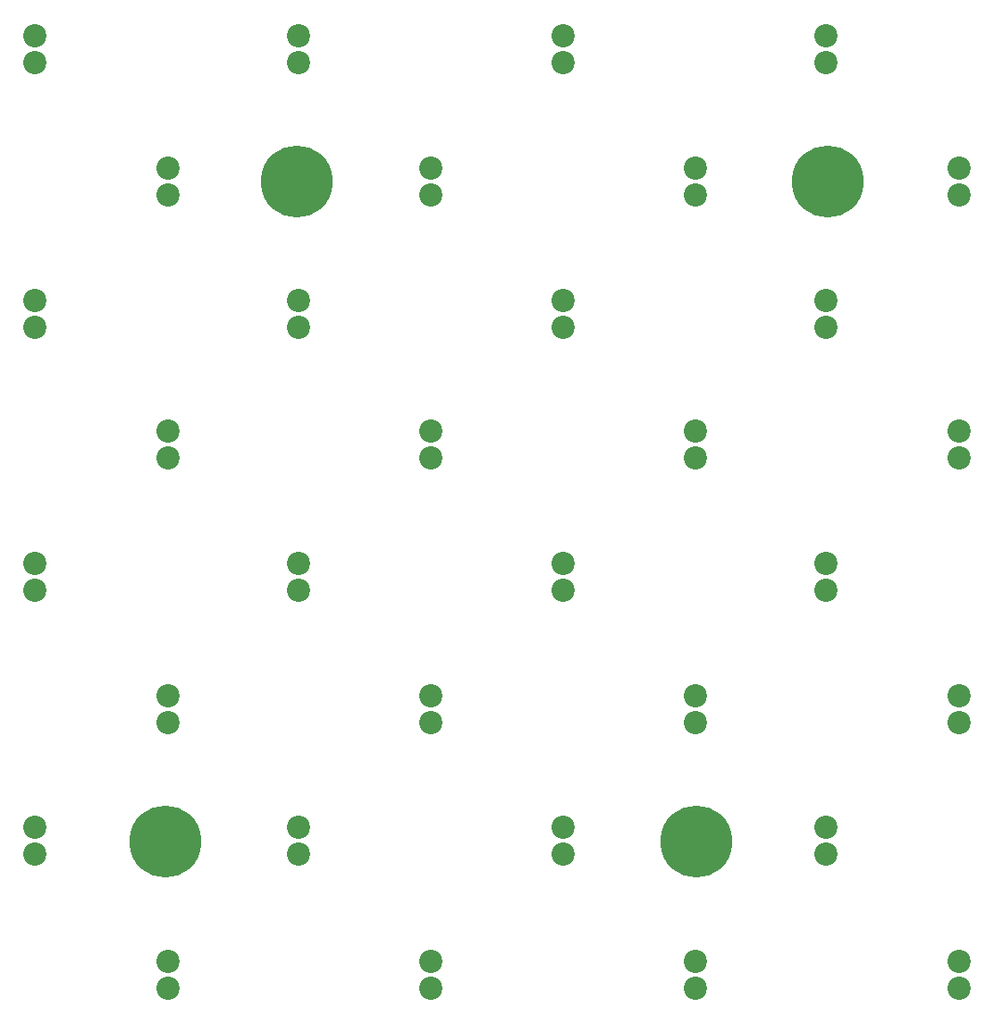
<source format=gbr>
%FSLAX34Y34*%
%MOMM*%
%LNSOLDERMASK_TOP*%
G71*
G01*
%ADD10C, 2.20*%
%ADD11C, 6.80*%
%ADD12C, 1.00*%
%LPD*%
X435372Y571500D02*
G54D10*
D03*
X435372Y546100D02*
G54D10*
D03*
X686197Y571500D02*
G54D10*
D03*
X686197Y546100D02*
G54D10*
D03*
X935434Y571500D02*
G54D10*
D03*
X935434Y546100D02*
G54D10*
D03*
X186134Y571500D02*
G54D10*
D03*
X186134Y546100D02*
G54D10*
D03*
X435372Y320675D02*
G54D10*
D03*
X435372Y295275D02*
G54D10*
D03*
X686197Y320675D02*
G54D10*
D03*
X686197Y295275D02*
G54D10*
D03*
X935434Y320675D02*
G54D10*
D03*
X935434Y295275D02*
G54D10*
D03*
X186134Y320675D02*
G54D10*
D03*
X186134Y295275D02*
G54D10*
D03*
X435372Y69850D02*
G54D10*
D03*
X435372Y44450D02*
G54D10*
D03*
X686197Y69850D02*
G54D10*
D03*
X686197Y44450D02*
G54D10*
D03*
X935434Y69850D02*
G54D10*
D03*
X935434Y44450D02*
G54D10*
D03*
X186134Y69850D02*
G54D10*
D03*
X186134Y44450D02*
G54D10*
D03*
X309960Y196850D02*
G54D10*
D03*
X309960Y171450D02*
G54D10*
D03*
X560784Y196850D02*
G54D10*
D03*
X560784Y171450D02*
G54D10*
D03*
X810022Y196850D02*
G54D10*
D03*
X810022Y171450D02*
G54D10*
D03*
X60722Y196850D02*
G54D10*
D03*
X60722Y171450D02*
G54D10*
D03*
X309960Y446088D02*
G54D10*
D03*
X309960Y420688D02*
G54D10*
D03*
X560784Y446088D02*
G54D10*
D03*
X560784Y420688D02*
G54D10*
D03*
X810022Y446088D02*
G54D10*
D03*
X810022Y420688D02*
G54D10*
D03*
X60722Y446088D02*
G54D10*
D03*
X60722Y420688D02*
G54D10*
D03*
X309960Y695325D02*
G54D10*
D03*
X309960Y669925D02*
G54D10*
D03*
X560784Y695325D02*
G54D10*
D03*
X560784Y669925D02*
G54D10*
D03*
X810022Y695325D02*
G54D10*
D03*
X810022Y669925D02*
G54D10*
D03*
X60722Y695325D02*
G54D10*
D03*
X60722Y669925D02*
G54D10*
D03*
X435372Y820738D02*
G54D10*
D03*
X435372Y795338D02*
G54D10*
D03*
X686197Y820738D02*
G54D10*
D03*
X686197Y795338D02*
G54D10*
D03*
X935434Y820738D02*
G54D10*
D03*
X935434Y795338D02*
G54D10*
D03*
X186134Y820738D02*
G54D10*
D03*
X186134Y795338D02*
G54D10*
D03*
X309960Y946150D02*
G54D10*
D03*
X309960Y920750D02*
G54D10*
D03*
X560784Y946150D02*
G54D10*
D03*
X560784Y920750D02*
G54D10*
D03*
X810022Y946150D02*
G54D10*
D03*
X810022Y920750D02*
G54D10*
D03*
X60722Y946150D02*
G54D10*
D03*
X60722Y920750D02*
G54D10*
D03*
X811118Y808133D02*
G54D11*
D03*
X835118Y808133D02*
G54D12*
D03*
X828088Y791162D02*
G54D12*
D03*
X811118Y784133D02*
G54D12*
D03*
X794147Y791162D02*
G54D12*
D03*
X787118Y808133D02*
G54D12*
D03*
X794147Y825104D02*
G54D12*
D03*
X811118Y832133D02*
G54D12*
D03*
X828088Y825104D02*
G54D12*
D03*
X308559Y808038D02*
G54D11*
D03*
X332559Y808038D02*
G54D12*
D03*
X325530Y791068D02*
G54D12*
D03*
X308559Y784038D02*
G54D12*
D03*
X291588Y791068D02*
G54D12*
D03*
X284559Y808038D02*
G54D12*
D03*
X291588Y825009D02*
G54D12*
D03*
X308559Y832038D02*
G54D12*
D03*
X325530Y825009D02*
G54D12*
D03*
X686613Y183149D02*
G54D11*
D03*
X710613Y183149D02*
G54D12*
D03*
X703584Y166179D02*
G54D12*
D03*
X686613Y159149D02*
G54D12*
D03*
X669642Y166179D02*
G54D12*
D03*
X662613Y183149D02*
G54D12*
D03*
X669642Y200120D02*
G54D12*
D03*
X686613Y207150D02*
G54D12*
D03*
X703584Y200120D02*
G54D12*
D03*
X184054Y183054D02*
G54D11*
D03*
X208054Y183054D02*
G54D12*
D03*
X201025Y166084D02*
G54D12*
D03*
X184054Y159054D02*
G54D12*
D03*
X167084Y166084D02*
G54D12*
D03*
X160054Y183054D02*
G54D12*
D03*
X167084Y200025D02*
G54D12*
D03*
X184054Y207054D02*
G54D12*
D03*
X201025Y200025D02*
G54D12*
D03*
M02*

</source>
